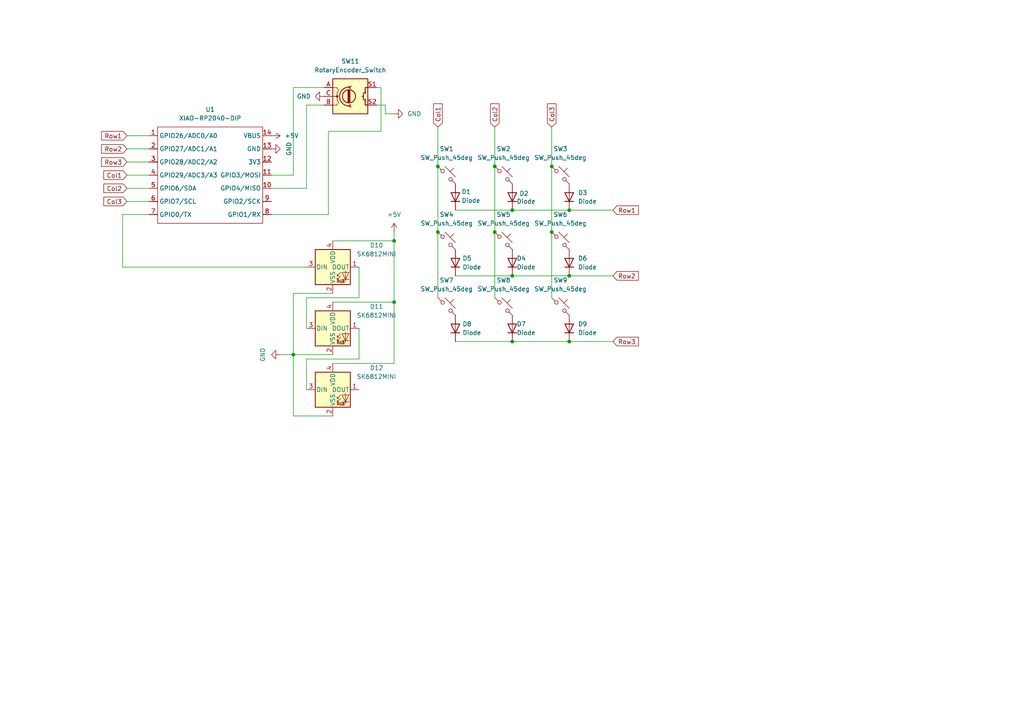
<source format=kicad_sch>
(kicad_sch (version 20250114) (generator "eeschema") (generator_version "9.0")
  (paper "A4")
  (lib_symbols
    (symbol "Device:D" (pin_numbers (hide yes)) (pin_names (offset 1.016) (hide yes))
      (property "Reference" "D" (at 0 2.54 0))
      (property "Value" "D" (at 0 -2.54 0))
      (symbol "D_0_1"
        (polyline (pts (xy -1.27 1.27) (xy -1.27 -1.27)) (stroke (width 0.254)))
        (polyline (pts (xy 1.27 1.27) (xy 1.27 -1.27) (xy -1.27 0) (xy 1.27 1.27)) (stroke (width 0.254)))
        (polyline (pts (xy 1.27 0) (xy -1.27 0)))
      )
      (symbol "D_1_1"
        (pin passive line (at -3.81 0 0) (length 2.54) (name "K") (number "1"))
        (pin passive line (at 3.81 0 180) (length 2.54) (name "A") (number "2"))
      )
    )
    (symbol "Device:RotaryEncoder_Switch" (pin_names (offset 0.254) (hide yes))
      (property "Reference" "SW" (at 0 6.604 0))
      (property "Value" "RotaryEncoder_Switch" (at 0 -6.604 0))
      (symbol "RotaryEncoder_Switch_0_1"
        (rectangle (start -5.08 5.08) (end 5.08 -5.08) (stroke (width 0.254)) (fill (type background)))
        (polyline (pts (xy -5.08 2.54) (xy -3.81 2.54) (xy -3.81 2.032)))
        (polyline (pts (xy -5.08 0) (xy -3.81 0) (xy -3.81 -1.016) (xy -3.302 -2.032)))
        (polyline (pts (xy -5.08 -2.54) (xy -3.81 -2.54) (xy -3.81 -2.032)))
        (polyline (pts (xy -4.318 0) (xy -3.81 0) (xy -3.81 1.016) (xy -3.302 2.032)))
        (circle (center -3.81 0) (radius 0.254) (fill (type outline)))
        (polyline (pts (xy -0.635 -1.778) (xy -0.635 1.778)) (stroke (width 0.254)))
        (circle (center -0.381 0) (radius 1.905) (stroke (width 0.254)))
        (polyline (pts (xy -0.381 -1.778) (xy -0.381 1.778)) (stroke (width 0.254)))
        (arc (start -0.381 -2.794) (mid -3.0988 -0.0635) (end -0.381 2.667) (stroke (width 0.254)))
        (polyline (pts (xy -0.127 1.778) (xy -0.127 -1.778)) (stroke (width 0.254)))
        (polyline (pts (xy 0.254 2.921) (xy -0.508 2.667) (xy 0.127 2.286)) (stroke (width 0.254)))
        (polyline (pts (xy 0.254 -3.048) (xy -0.508 -2.794) (xy 0.127 -2.413)) (stroke (width 0.254)))
        (polyline (pts (xy 3.81 1.016) (xy 3.81 -1.016)) (stroke (width 0.254)))
        (polyline (pts (xy 3.81 0) (xy 3.429 0)) (stroke (width 0.254)))
        (circle (center 4.318 1.016) (radius 0.127) (stroke (width 0.254)))
        (circle (center 4.318 -1.016) (radius 0.127) (stroke (width 0.254)))
        (polyline (pts (xy 5.08 2.54) (xy 4.318 2.54) (xy 4.318 1.016)) (stroke (width 0.254)))
        (polyline (pts (xy 5.08 -2.54) (xy 4.318 -2.54) (xy 4.318 -1.016)) (stroke (width 0.254)))
      )
      (symbol "RotaryEncoder_Switch_1_1"
        (pin passive line (at -7.62 2.54 0) (length 2.54) (name "A") (number "A"))
        (pin passive line (at -7.62 0 0) (length 2.54) (name "C") (number "C"))
        (pin passive line (at -7.62 -2.54 0) (length 2.54) (name "B") (number "B"))
        (pin passive line (at 7.62 2.54 180) (length 2.54) (name "S1") (number "S1"))
        (pin passive line (at 7.62 -2.54 180) (length 2.54) (name "S2") (number "S2"))
      )
    )
    (symbol "LED:SK6812MINI" (pin_names (offset 0.254))
      (property "Reference" "D" (at 5.08 5.715 0))
      (property "Value" "SK6812MINI" (at 1.27 -5.715 0))
      (symbol "SK6812MINI_0_0"
        (text "RGB" (at 2.286 -4.191 0) (effects (font (size 0.762 0.762))))
      )
      (symbol "SK6812MINI_0_1"
        (polyline (pts (xy 1.27 -2.54) (xy 1.778 -2.54)))
        (polyline (pts (xy 1.27 -3.556) (xy 1.778 -3.556)))
        (polyline (pts (xy 2.286 -1.524) (xy 1.27 -2.54) (xy 1.27 -2.032)))
        (polyline (pts (xy 2.286 -2.54) (xy 1.27 -3.556) (xy 1.27 -3.048)))
        (polyline (pts (xy 3.683 -1.016) (xy 3.683 -3.556) (xy 3.683 -4.064)))
        (polyline (pts (xy 4.699 -1.524) (xy 2.667 -1.524) (xy 3.683 -3.556) (xy 4.699 -1.524)))
        (polyline (pts (xy 4.699 -3.556) (xy 2.667 -3.556)))
        (rectangle (start 5.08 5.08) (end -5.08 -5.08) (stroke (width 0.254)) (fill (type background)))
      )
      (symbol "SK6812MINI_1_1"
        (pin input line (at -7.62 0 0) (length 2.54) (name "DIN") (number "3"))
        (pin power_in line (at 0 7.62 270) (length 2.54) (name "VDD") (number "4"))
        (pin power_in line (at 0 -7.62 90) (length 2.54) (name "VSS") (number "2"))
        (pin output line (at 7.62 0 180) (length 2.54) (name "DOUT") (number "1"))
      )
    )
    (symbol "OPL:XIAO-RP2040-DIP"
      (property "Reference" "U" (at 0 0 0))
      (property "Value" "XIAO-RP2040-DIP" (at 5.334 -1.778 0))
      (symbol "XIAO-RP2040-DIP_1_0"
        (polyline (pts (xy -1.27 -2.54) (xy 29.21 -2.54)) (stroke (width 0.1524)))
        (polyline (pts (xy -1.27 -5.08) (xy -2.54 -5.08)) (stroke (width 0.1524)))
        (polyline (pts (xy -1.27 -5.08) (xy -1.27 -2.54)) (stroke (width 0.1524)))
        (polyline (pts (xy -1.27 -8.89) (xy -2.54 -8.89)) (stroke (width 0.1524)))
        (polyline (pts (xy -1.27 -8.89) (xy -1.27 -5.08)) (stroke (width 0.1524)))
        (polyline (pts (xy -1.27 -12.7) (xy -2.54 -12.7)) (stroke (width 0.1524)))
        (polyline (pts (xy -1.27 -12.7) (xy -1.27 -8.89)) (stroke (width 0.1524)))
        (polyline (pts (xy -1.27 -16.51) (xy -2.54 -16.51)) (stroke (width 0.1524)))
        (polyline (pts (xy -1.27 -16.51) (xy -1.27 -12.7)) (stroke (width 0.1524)))
        (polyline (pts (xy -1.27 -20.32) (xy -2.54 -20.32)) (stroke (width 0.1524)))
        (polyline (pts (xy -1.27 -24.13) (xy -2.54 -24.13)) (stroke (width 0.1524)))
        (polyline (pts (xy -1.27 -27.94) (xy -2.54 -27.94)) (stroke (width 0.1524)))
        (polyline (pts (xy -1.27 -30.48) (xy -1.27 -16.51)) (stroke (width 0.1524)))
        (polyline (pts (xy 29.21 -2.54) (xy 29.21 -5.08)) (stroke (width 0.1524)))
        (polyline (pts (xy 29.21 -5.08) (xy 29.21 -8.89)) (stroke (width 0.1524)))
        (polyline (pts (xy 29.21 -8.89) (xy 29.21 -12.7)) (stroke (width 0.1524)))
        (polyline (pts (xy 29.21 -12.7) (xy 29.21 -30.48)) (stroke (width 0.1524)))
        (polyline (pts (xy 29.21 -30.48) (xy -1.27 -30.48)) (stroke (width 0.1524)))
        (polyline (pts (xy 30.48 -5.08) (xy 29.21 -5.08)) (stroke (width 0.1524)))
        (polyline (pts (xy 30.48 -8.89) (xy 29.21 -8.89)) (stroke (width 0.1524)))
        (polyline (pts (xy 30.48 -12.7) (xy 29.21 -12.7)) (stroke (width 0.1524)))
        (polyline (pts (xy 30.48 -16.51) (xy 29.21 -16.51)) (stroke (width 0.1524)))
        (polyline (pts (xy 30.48 -20.32) (xy 29.21 -20.32)) (stroke (width 0.1524)))
        (polyline (pts (xy 30.48 -24.13) (xy 29.21 -24.13)) (stroke (width 0.1524)))
        (polyline (pts (xy 30.48 -27.94) (xy 29.21 -27.94)) (stroke (width 0.1524)))
        (pin passive line (at -3.81 -5.08 0) (length 2.54) (name "GPIO26/ADC0/A0") (number "1"))
        (pin passive line (at -3.81 -8.89 0) (length 2.54) (name "GPIO27/ADC1/A1") (number "2"))
        (pin passive line (at -3.81 -12.7 0) (length 2.54) (name "GPIO28/ADC2/A2") (number "3"))
        (pin passive line (at -3.81 -16.51 0) (length 2.54) (name "GPIO29/ADC3/A3") (number "4"))
        (pin passive line (at -3.81 -20.32 0) (length 2.54) (name "GPIO6/SDA") (number "5"))
        (pin passive line (at -3.81 -24.13 0) (length 2.54) (name "GPIO7/SCL") (number "6"))
        (pin passive line (at -3.81 -27.94 0) (length 2.54) (name "GPIO0/TX") (number "7"))
        (pin passive line (at 31.75 -5.08 180) (length 2.54) (name "VBUS") (number "14"))
        (pin passive line (at 31.75 -8.89 180) (length 2.54) (name "GND") (number "13"))
        (pin passive line (at 31.75 -12.7 180) (length 2.54) (name "3V3") (number "12"))
        (pin passive line (at 31.75 -16.51 180) (length 2.54) (name "GPIO3/MOSI") (number "11"))
        (pin passive line (at 31.75 -20.32 180) (length 2.54) (name "GPIO4/MISO") (number "10"))
        (pin passive line (at 31.75 -24.13 180) (length 2.54) (name "GPIO2/SCK") (number "9"))
        (pin passive line (at 31.75 -27.94 180) (length 2.54) (name "GPIO1/RX") (number "8"))
      )
    )
    (symbol "Switch:SW_Push_45deg" (pin_numbers (hide yes)) (pin_names (offset 1.016) (hide yes))
      (property "Reference" "SW" (at 3.048 1.016 0))
      (property "Value" "SW_Push_45deg" (at 0 -3.81 0))
      (symbol "SW_Push_45deg_0_1"
        (polyline (pts (xy -2.54 2.54) (xy -1.524 1.524) (xy -1.524 1.524)))
        (circle (center -1.1684 1.1684) (radius 0.508))
        (polyline (pts (xy -0.508 2.54) (xy 2.54 -0.508)))
        (polyline (pts (xy 1.016 1.016) (xy 2.032 2.032)))
        (circle (center 1.143 -1.1938) (radius 0.508))
        (polyline (pts (xy 1.524 -1.524) (xy 2.54 -2.54) (xy 2.54 -2.54) (xy 2.54 -2.54)))
        (pin passive line (at -2.54 2.54 0) (length 0) (name "1") (number "1"))
        (pin passive line (at 2.54 -2.54 180) (length 0) (name "2") (number "2"))
      )
    )
    (symbol "power:+5V" (power) (pin_numbers (hide yes)) (pin_names (offset 0) (hide yes))
      (property "Value" "+5V" (at 0 3.556 0))
      (symbol "+5V_0_1"
        (polyline (pts (xy -0.762 1.27) (xy 0 2.54)))
        (polyline (pts (xy 0 2.54) (xy 0.762 1.27)))
        (polyline (pts (xy 0 0) (xy 0 2.54)))
      )
      (symbol "+5V_1_1"
        (pin power_in line (at 0 0 90) (length 0) (name "~") (number "1"))
      )
    )
    (symbol "power:GND" (power) (pin_numbers (hide yes)) (pin_names (offset 0) (hide yes))
      (property "Value" "GND" (at 0 -3.81 0))
      (symbol "GND_0_1"
        (polyline (pts (xy 0 0) (xy 0 -1.27) (xy 1.27 -1.27) (xy 0 -2.54) (xy -1.27 -1.27) (xy 0 -1.27)))
      )
      (symbol "GND_1_1"
        (pin power_in line (at 0 0 270) (length 0) (name "~") (number "1"))
      )
    )
  )
  (junction (at 160.02 48.26))
  (junction (at 127 67.31))
  (junction (at 148.59 60.96))
  (junction (at 127 48.26))
  (junction (at 165.1 60.96))
  (junction (at 165.1 99.06))
  (junction (at 148.59 99.06))
  (junction (at 160.02 67.31))
  (junction (at 85.09 102.87))
  (junction (at 114.3 69.85))
  (junction (at 148.59 80.01))
  (junction (at 143.51 67.31))
  (junction (at 114.3 87.63))
  (junction (at 165.1 80.01))
  (junction (at 143.51 48.26))
  (wire (pts (xy 111.76 30.48) (xy 109.22 30.48)))
  (wire (pts (xy 132.08 60.96) (xy 148.59 60.96)))
  (wire (pts (xy 110.49 25.4) (xy 110.49 38.1)))
  (wire (pts (xy 160.02 67.31) (xy 160.02 86.36)))
  (wire (pts (xy 36.83 43.18) (xy 43.18 43.18)))
  (wire (pts (xy 148.59 99.06) (xy 165.1 99.06)))
  (wire (pts (xy 88.9 86.36) (xy 88.9 95.25)))
  (wire (pts (xy 85.09 50.8) (xy 78.74 50.8)))
  (wire (pts (xy 93.98 25.4) (xy 85.09 25.4)))
  (wire (pts (xy 132.08 99.06) (xy 148.59 99.06)))
  (wire (pts (xy 109.22 25.4) (xy 110.49 25.4)))
  (wire (pts (xy 104.14 95.25) (xy 104.14 104.14)))
  (wire (pts (xy 111.76 33.02) (xy 111.76 30.48)))
  (wire (pts (xy 148.59 80.01) (xy 165.1 80.01)))
  (wire (pts (xy 36.83 46.99) (xy 43.18 46.99)))
  (wire (pts (xy 95.25 62.23) (xy 78.74 62.23)))
  (wire (pts (xy 114.3 69.85) (xy 114.3 87.63)))
  (wire (pts (xy 110.49 38.1) (xy 95.25 38.1)))
  (wire (pts (xy 36.83 39.37) (xy 43.18 39.37)))
  (wire (pts (xy 36.83 50.8) (xy 43.18 50.8)))
  (wire (pts (xy 111.76 33.02) (xy 114.3 33.02)))
  (wire (pts (xy 143.51 36.83) (xy 143.51 48.26)))
  (wire (pts (xy 96.52 87.63) (xy 114.3 87.63)))
  (wire (pts (xy 143.51 67.31) (xy 143.51 86.36)))
  (wire (pts (xy 96.52 69.85) (xy 114.3 69.85)))
  (wire (pts (xy 88.9 104.14) (xy 88.9 113.03)))
  (wire (pts (xy 160.02 48.26) (xy 160.02 67.31)))
  (wire (pts (xy 165.1 99.06) (xy 177.8 99.06)))
  (wire (pts (xy 104.14 77.47) (xy 104.14 86.36)))
  (wire (pts (xy 96.52 105.41) (xy 114.3 105.41)))
  (wire (pts (xy 35.56 77.47) (xy 35.56 62.23)))
  (wire (pts (xy 88.9 30.48) (xy 88.9 54.61)))
  (wire (pts (xy 85.09 25.4) (xy 85.09 50.8)))
  (wire (pts (xy 148.59 60.96) (xy 165.1 60.96)))
  (wire (pts (xy 132.08 80.01) (xy 148.59 80.01)))
  (wire (pts (xy 81.28 102.87) (xy 85.09 102.87)))
  (wire (pts (xy 104.14 104.14) (xy 88.9 104.14)))
  (wire (pts (xy 35.56 62.23) (xy 43.18 62.23)))
  (wire (pts (xy 88.9 54.61) (xy 78.74 54.61)))
  (wire (pts (xy 95.25 38.1) (xy 95.25 62.23)))
  (wire (pts (xy 36.83 54.61) (xy 43.18 54.61)))
  (wire (pts (xy 114.3 67.31) (xy 114.3 69.85)))
  (wire (pts (xy 160.02 36.83) (xy 160.02 48.26)))
  (wire (pts (xy 143.51 48.26) (xy 143.51 67.31)))
  (wire (pts (xy 96.52 120.65) (xy 85.09 120.65)))
  (wire (pts (xy 127 36.83) (xy 127 48.26)))
  (wire (pts (xy 88.9 77.47) (xy 35.56 77.47)))
  (wire (pts (xy 127 48.26) (xy 127 67.31)))
  (wire (pts (xy 104.14 86.36) (xy 88.9 86.36)))
  (wire (pts (xy 127 67.31) (xy 127 86.36)))
  (wire (pts (xy 85.09 102.87) (xy 85.09 120.65)))
  (wire (pts (xy 85.09 85.09) (xy 96.52 85.09)))
  (wire (pts (xy 85.09 102.87) (xy 96.52 102.87)))
  (wire (pts (xy 93.98 30.48) (xy 88.9 30.48)))
  (wire (pts (xy 165.1 80.01) (xy 177.8 80.01)))
  (wire (pts (xy 114.3 87.63) (xy 114.3 105.41)))
  (wire (pts (xy 165.1 60.96) (xy 177.8 60.96)))
  (wire (pts (xy 36.83 58.42) (xy 43.18 58.42)))
  (wire (pts (xy 85.09 85.09) (xy 85.09 102.87)))
  (global_label "Row2" (shape input) (at 177.8 80.01 0) (property "Intersheetrefs" "${INTERSHEET_REFS}" (effects (hide yes))))
  (global_label "Col3" (shape input) (at 160.02 36.83 90) (property "Intersheetrefs" "${INTERSHEET_REFS}" (effects (hide yes))))
  (global_label "Row3" (shape input) (at 177.8 99.06 0) (property "Intersheetrefs" "${INTERSHEET_REFS}" (effects (hide yes))))
  (global_label "Row1" (shape input) (at 36.83 39.37 180) (property "Intersheetrefs" "${INTERSHEET_REFS}" (effects (hide yes))))
  (global_label "Row2" (shape input) (at 36.83 43.18 180) (property "Intersheetrefs" "${INTERSHEET_REFS}" (effects (hide yes))))
  (global_label "Col2" (shape input) (at 36.83 54.61 180) (property "Intersheetrefs" "${INTERSHEET_REFS}" (effects (hide yes))))
  (global_label "Col1" (shape input) (at 127 36.83 90) (property "Intersheetrefs" "${INTERSHEET_REFS}" (effects (hide yes))))
  (global_label "Col2" (shape input) (at 143.51 36.83 90) (property "Intersheetrefs" "${INTERSHEET_REFS}" (effects (hide yes))))
  (global_label "Col1" (shape input) (at 36.83 50.8 180) (property "Intersheetrefs" "${INTERSHEET_REFS}" (effects (hide yes))))
  (global_label "Row3" (shape input) (at 36.83 46.99 180) (property "Intersheetrefs" "${INTERSHEET_REFS}" (effects (hide yes))))
  (global_label "Col3" (shape input) (at 36.83 58.42 180) (property "Intersheetrefs" "${INTERSHEET_REFS}" (effects (hide yes))))
  (global_label "Row1" (shape input) (at 177.8 60.96 0) (property "Intersheetrefs" "${INTERSHEET_REFS}" (effects (hide yes))))
  (symbol (lib_id "Device:D") (at 148.59 57.15 90) (unit 1)
    (property "Reference" "D2" (at 150.622 56.134 90) (effects (justify right)))
    (property "Value" "Diode" (at 133.858 58.166 90) (effects (justify right)))
    (property "Footprint" "Diode:Diode_DO-35" (effects (hide yes)))
    (property "Description" "Diode" (effects (hide yes)))
    (property "Sim.Device" "D" (effects (hide yes)))
    (property "Sim.Pins" "1=K 2=A" (effects (hide yes)))
  )
  (symbol (lib_id "Switch:SW_Push_45deg") (at 146.05 50.8 0) (unit 1)
    (property "Reference" "SW2" (at 146.05 43.18 0))
    (property "Value" "SW_Push_45deg" (at 146.05 45.72 0))
    (property "Footprint" "Button_Switch_Keyboard:SW_Cherry_MX_1.00u_PCB" (effects (hide yes)))
    (property "Description" "Push button switch, normally open, two pins, 45° tilted" (effects (hide yes)))
  )
  (symbol (lib_id "LED:SK6812MINI") (at 96.52 113.03 0) (unit 1)
    (property "Reference" "D12" (at 109.22 106.7114 0))
    (property "Value" "SK6812MINI" (at 109.22 109.2514 0))
    (property "Footprint" "LED_SMD:LED_SK6812MINI_PLCC4_3.5x3.5mm_P1.75mm" (effects (hide yes)))
    (property "Datasheet" "https://cdn-shop.adafruit.com/product-files/2686/SK6812MINI_REV.01-1-2.pdf" (effects (hide yes)))
    (property "Description" "RGB LED with integrated controller" (effects (hide yes)))
  )
  (symbol (lib_id "power:GND") (at 114.3 33.02 90) (mirror x) (unit 1)
    (property "Reference" "#PWR06" (effects (hide yes)))
    (property "Value" "GND" (at 118.11 33.0199 90) (effects (justify right)))
    (property "Description" "Power symbol creates a global label with name \"GND\" , ground" (effects (hide yes)))
  )
  (symbol (lib_id "power:+5V") (at 114.3 67.31 0) (unit 1)
    (property "Reference" "#PWR05" (effects (hide yes)))
    (property "Value" "+5V" (at 114.3 62.23 0))
    (property "Description" "Power symbol creates a global label with name \"+5V\"" (effects (hide yes)))
  )
  (symbol (lib_id "Device:RotaryEncoder_Switch") (at 101.6 27.94 0) (unit 1)
    (property "Reference" "SW11" (at 101.6 17.78 0))
    (property "Value" "RotaryEncoder_Switch" (at 101.6 20.32 0))
    (property "Footprint" "RotaryEncoder:RotaryEncoder_Alps_EC11E-Switch_Vertical_H20mm_CircularMountingHoles" (effects (hide yes)))
    (property "Description" "Rotary encoder, dual channel, incremental quadrate outputs, with switch" (effects (hide yes)))
  )
  (symbol (lib_id "Switch:SW_Push_45deg") (at 146.05 69.85 0) (unit 1)
    (property "Reference" "SW5" (at 146.05 62.23 0))
    (property "Value" "SW_Push_45deg" (at 146.05 64.77 0))
    (property "Footprint" "Button_Switch_Keyboard:SW_Cherry_MX_1.00u_PCB" (effects (hide yes)))
    (property "Description" "Push button switch, normally open, two pins, 45° tilted" (effects (hide yes)))
  )
  (symbol (lib_id "Device:D") (at 165.1 76.2 90) (unit 1)
    (property "Reference" "D6" (at 167.64 74.9299 90) (effects (justify right)))
    (property "Value" "Diode" (at 167.64 77.4699 90) (effects (justify right)))
    (property "Footprint" "Diode:Diode_DO-35" (effects (hide yes)))
    (property "Description" "Diode" (effects (hide yes)))
    (property "Sim.Device" "D" (effects (hide yes)))
    (property "Sim.Pins" "1=K 2=A" (effects (hide yes)))
  )
  (symbol (lib_id "Device:D") (at 165.1 95.25 90) (unit 1)
    (property "Reference" "D9" (at 167.64 93.9799 90) (effects (justify right)))
    (property "Value" "Diode" (at 167.64 96.5199 90) (effects (justify right)))
    (property "Footprint" "Diode:Diode_DO-35" (effects (hide yes)))
    (property "Description" "Diode" (effects (hide yes)))
    (property "Sim.Device" "D" (effects (hide yes)))
    (property "Sim.Pins" "1=K 2=A" (effects (hide yes)))
  )
  (symbol (lib_id "Switch:SW_Push_45deg") (at 162.56 69.85 0) (unit 1)
    (property "Reference" "SW6" (at 162.56 62.23 0))
    (property "Value" "SW_Push_45deg" (at 162.56 64.77 0))
    (property "Footprint" "Button_Switch_Keyboard:SW_Cherry_MX_1.00u_PCB" (effects (hide yes)))
    (property "Description" "Push button switch, normally open, two pins, 45° tilted" (effects (hide yes)))
  )
  (symbol (lib_id "Device:D") (at 165.1 57.15 90) (unit 1)
    (property "Reference" "D3" (at 167.64 55.8799 90) (effects (justify right)))
    (property "Value" "Diode" (at 167.64 58.4199 90) (effects (justify right)))
    (property "Footprint" "Diode:Diode_DO-35" (effects (hide yes)))
    (property "Description" "Diode" (effects (hide yes)))
    (property "Sim.Device" "D" (effects (hide yes)))
    (property "Sim.Pins" "1=K 2=A" (effects (hide yes)))
  )
  (symbol (lib_id "Switch:SW_Push_45deg") (at 129.54 50.8 0) (unit 1)
    (property "Reference" "SW1" (at 129.54 43.18 0))
    (property "Value" "SW_Push_45deg" (at 129.54 45.72 0))
    (property "Footprint" "Button_Switch_Keyboard:SW_Cherry_MX_1.00u_PCB" (effects (hide yes)))
    (property "Description" "Push button switch, normally open, two pins, 45° tilted" (effects (hide yes)))
  )
  (symbol (lib_id "Device:D") (at 148.59 95.25 90) (unit 1)
    (property "Reference" "D8" (at 134.112 93.98 90) (effects (justify right)))
    (property "Value" "Diode" (at 134.112 96.52 90) (effects (justify right)))
    (property "Footprint" "Diode:Diode_DO-35" (effects (hide yes)))
    (property "Description" "Diode" (effects (hide yes)))
    (property "Sim.Device" "D" (effects (hide yes)))
    (property "Sim.Pins" "1=K 2=A" (effects (hide yes)))
  )
  (symbol (lib_id "Switch:SW_Push_45deg") (at 129.54 88.9 0) (unit 1)
    (property "Reference" "SW7" (at 129.54 81.28 0))
    (property "Value" "SW_Push_45deg" (at 129.54 83.82 0))
    (property "Footprint" "Button_Switch_Keyboard:SW_Cherry_MX_1.00u_PCB" (effects (hide yes)))
    (property "Description" "Push button switch, normally open, two pins, 45° tilted" (effects (hide yes)))
  )
  (symbol (lib_id "LED:SK6812MINI") (at 96.52 77.47 0) (unit 1)
    (property "Reference" "D10" (at 109.22 71.1514 0))
    (property "Value" "SK6812MINI" (at 109.22 73.6914 0))
    (property "Footprint" "LED_SMD:LED_SK6812MINI_PLCC4_3.5x3.5mm_P1.75mm" (effects (hide yes)))
    (property "Datasheet" "https://cdn-shop.adafruit.com/product-files/2686/SK6812MINI_REV.01-1-2.pdf" (effects (hide yes)))
    (property "Description" "RGB LED with integrated controller" (effects (hide yes)))
  )
  (symbol (lib_id "Device:D") (at 132.08 95.25 90) (unit 1)
    (property "Reference" "D7" (at 149.86 93.9799 90) (effects (justify right)))
    (property "Value" "Diode" (at 149.86 96.5199 90) (effects (justify right)))
    (property "Footprint" "Diode:Diode_DO-35" (effects (hide yes)))
    (property "Description" "Diode" (effects (hide yes)))
    (property "Sim.Device" "D" (effects (hide yes)))
    (property "Sim.Pins" "1=K 2=A" (effects (hide yes)))
  )
  (symbol (lib_id "Switch:SW_Push_45deg") (at 146.05 88.9 0) (unit 1)
    (property "Reference" "SW8" (at 146.05 81.28 0))
    (property "Value" "SW_Push_45deg" (at 146.05 83.82 0))
    (property "Footprint" "Button_Switch_Keyboard:SW_Cherry_MX_1.00u_PCB" (effects (hide yes)))
    (property "Description" "Push button switch, normally open, two pins, 45° tilted" (effects (hide yes)))
  )
  (symbol (lib_id "Device:D") (at 132.08 76.2 90) (unit 1)
    (property "Reference" "D4" (at 149.86 74.9299 90) (effects (justify right)))
    (property "Value" "Diode" (at 149.86 77.4699 90) (effects (justify right)))
    (property "Footprint" "Diode:Diode_DO-35" (effects (hide yes)))
    (property "Description" "Diode" (effects (hide yes)))
    (property "Sim.Device" "D" (effects (hide yes)))
    (property "Sim.Pins" "1=K 2=A" (effects (hide yes)))
  )
  (symbol (lib_id "Device:D") (at 132.08 57.15 90) (unit 1)
    (property "Reference" "D1" (at 133.858 55.626 90) (effects (justify right)))
    (property "Value" "Diode" (at 149.86 58.4199 90) (effects (justify right)))
    (property "Footprint" "Diode:Diode_DO-35" (effects (hide yes)))
    (property "Description" "Diode" (effects (hide yes)))
    (property "Sim.Device" "D" (effects (hide yes)))
    (property "Sim.Pins" "1=K 2=A" (effects (hide yes)))
  )
  (symbol (lib_id "Device:D") (at 148.59 76.2 90) (unit 1)
    (property "Reference" "D5" (at 134.112 74.93 90) (effects (justify right)))
    (property "Value" "Diode" (at 134.112 77.47 90) (effects (justify right)))
    (property "Footprint" "Diode:Diode_DO-35" (effects (hide yes)))
    (property "Description" "Diode" (effects (hide yes)))
    (property "Sim.Device" "D" (effects (hide yes)))
    (property "Sim.Pins" "1=K 2=A" (effects (hide yes)))
  )
  (symbol (lib_id "LED:SK6812MINI") (at 96.52 95.25 0) (unit 1)
    (property "Reference" "D11" (at 109.22 88.9314 0))
    (property "Value" "SK6812MINI" (at 109.22 91.4714 0))
    (property "Footprint" "LED_SMD:LED_SK6812MINI_PLCC4_3.5x3.5mm_P1.75mm" (effects (hide yes)))
    (property "Datasheet" "https://cdn-shop.adafruit.com/product-files/2686/SK6812MINI_REV.01-1-2.pdf" (effects (hide yes)))
    (property "Description" "RGB LED with integrated controller" (effects (hide yes)))
  )
  (symbol (lib_id "Switch:SW_Push_45deg") (at 162.56 88.9 0) (unit 1)
    (property "Reference" "SW9" (at 162.56 81.28 0))
    (property "Value" "SW_Push_45deg" (at 162.56 83.82 0))
    (property "Footprint" "Button_Switch_Keyboard:SW_Cherry_MX_1.00u_PCB" (effects (hide yes)))
    (property "Description" "Push button switch, normally open, two pins, 45° tilted" (effects (hide yes)))
  )
  (symbol (lib_id "Switch:SW_Push_45deg") (at 162.56 50.8 0) (unit 1)
    (property "Reference" "SW3" (at 162.56 43.18 0))
    (property "Value" "SW_Push_45deg" (at 162.56 45.72 0))
    (property "Footprint" "Button_Switch_Keyboard:SW_Cherry_MX_1.00u_PCB" (effects (hide yes)))
    (property "Description" "Push button switch, normally open, two pins, 45° tilted" (effects (hide yes)))
  )
  (symbol (lib_id "OPL:XIAO-RP2040-DIP") (at 46.99 34.29 0) (unit 1)
    (property "Reference" "U1" (at 60.96 31.75 0))
    (property "Value" "XIAO-RP2040-DIP" (at 60.96 34.29 0))
    (property "Footprint" "OPL:XIAO-RP2040-DIP" (effects (hide yes)))
  )
  (symbol (lib_id "power:+5V") (at 78.74 39.37 270) (unit 1)
    (property "Reference" "#PWR03" (effects (hide yes)))
    (property "Value" "+5V" (at 82.55 39.3699 90) (effects (justify left)))
    (property "Description" "Power symbol creates a global label with name \"+5V\"" (effects (hide yes)))
  )
  (symbol (lib_id "Switch:SW_Push_45deg") (at 129.54 69.85 0) (unit 1)
    (property "Reference" "SW4" (at 129.54 62.23 0))
    (property "Value" "SW_Push_45deg" (at 129.54 64.77 0))
    (property "Footprint" "Button_Switch_Keyboard:SW_Cherry_MX_1.00u_PCB" (effects (hide yes)))
    (property "Description" "Push button switch, normally open, two pins, 45° tilted" (effects (hide yes)))
  )
  (symbol (lib_id "power:GND") (at 93.98 27.94 270) (unit 1)
    (property "Reference" "#PWR01" (effects (hide yes)))
    (property "Value" "GND" (at 90.17 27.9399 90) (effects (justify right)))
    (property "Description" "Power symbol creates a global label with name \"GND\" , ground" (effects (hide yes)))
  )
  (symbol (lib_id "power:GND") (at 78.74 43.18 90) (mirror x) (unit 1)
    (property "Reference" "#PWR02" (effects (hide yes)))
    (property "Value" "GND" (at 83.82 43.18 0))
    (property "Description" "Power symbol creates a global label with name \"GND\" , ground" (effects (hide yes)))
  )
  (symbol (lib_id "power:GND") (at 81.28 102.87 270) (mirror x) (unit 1)
    (property "Reference" "#PWR04" (effects (hide yes)))
    (property "Value" "GND" (at 76.2 102.87 0))
    (property "Description" "Power symbol creates a global label with name \"GND\" , ground" (effects (hide yes)))
  )
)
</source>
